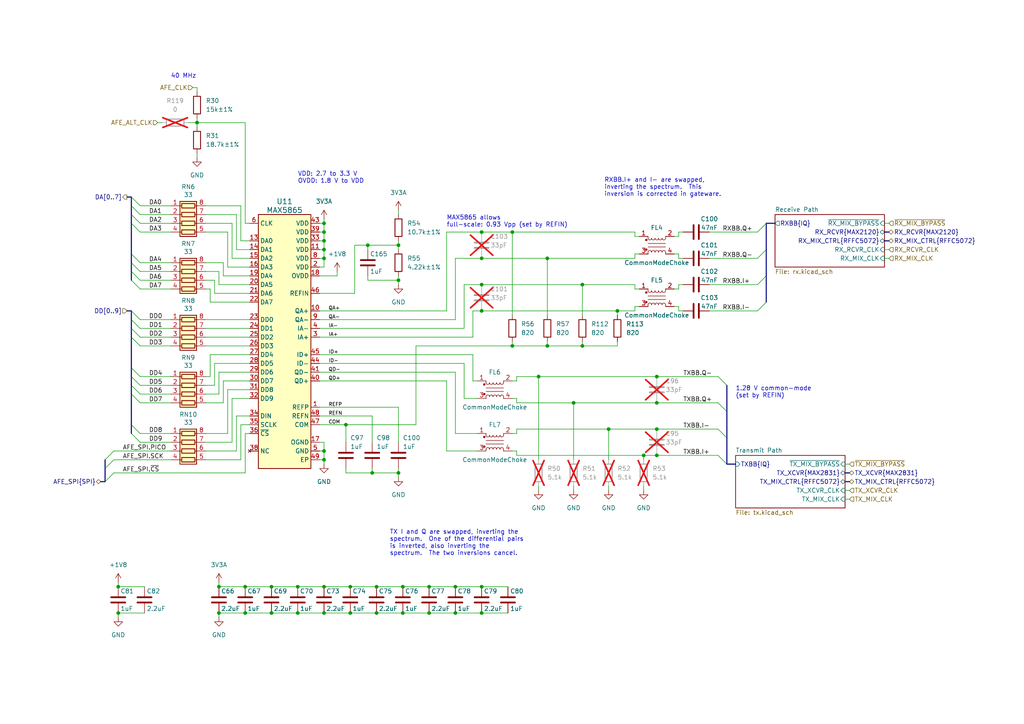
<source format=kicad_sch>
(kicad_sch (version 20230121) (generator eeschema)
  (paper "A4")
  (title_block (title "${TITLE}") (date "${DATE}") (rev "${VERSION}") (company "${COPYRIGHT}") (comment 1 "${LICENSE}"))
  (bus_alias "IQ" (members "I+" "I-" "Q+" "Q-"))
  (bus_alias "RFFC5072" (members "~{RESET}" "~{EN}" "SCLK" "SDATA" "FM" "LD" "ENBL" "MODE"))
  (junction (at 93.98 64.77))
  (junction (at 139.7 177.8))
  (junction (at 101.6 177.8))
  (junction (at 176.53 124.46))
  (junction (at 93.98 177.8))
  (junction (at 57.15 35.56))
  (junction (at 93.98 133.35))
  (junction (at 166.37 116.84))
  (junction (at 109.22 170.18))
  (junction (at 107.95 137.16))
  (junction (at 93.98 74.93))
  (junction (at 190.5 124.46))
  (junction (at 115.57 81.28))
  (junction (at 78.74 170.18))
  (junction (at 93.98 67.31))
  (junction (at 139.7 74.93))
  (junction (at 148.59 100.33))
  (junction (at 93.98 72.39))
  (junction (at 93.98 69.85))
  (junction (at 93.98 130.81))
  (junction (at 124.46 177.8))
  (junction (at 139.7 170.18))
  (junction (at 116.84 177.8))
  (junction (at 101.6 170.18))
  (junction (at 158.75 74.93))
  (junction (at 100.33 123.19))
  (junction (at 124.46 170.18))
  (junction (at 93.98 170.18))
  (junction (at 168.91 82.55))
  (junction (at 63.5 170.18))
  (junction (at 148.59 67.31))
  (junction (at 115.57 137.16))
  (junction (at 115.57 71.12))
  (junction (at 132.08 177.8))
  (junction (at 71.12 177.8))
  (junction (at 86.36 177.8))
  (junction (at 158.75 100.33))
  (junction (at 86.36 170.18))
  (junction (at 78.74 177.8))
  (junction (at 116.84 170.18))
  (junction (at 63.5 177.8))
  (junction (at 132.08 170.18))
  (junction (at 71.12 170.18))
  (junction (at 106.68 71.12))
  (junction (at 190.5 116.84))
  (junction (at 34.29 177.8))
  (junction (at 34.29 170.18))
  (junction (at 190.5 109.22))
  (junction (at 190.5 132.08))
  (junction (at 109.22 177.8))
  (junction (at 186.69 132.08))
  (junction (at 139.7 67.31))
  (junction (at 179.07 90.17))
  (junction (at 168.91 100.33))
  (junction (at 156.21 109.22))
  (junction (at 139.7 90.17))
  (junction (at 139.7 82.55))
  (bus_entry (at 38.1 106.68) (size 2.54 2.54))
  (bus_entry (at 208.28 132.08) (size 2.54 2.54))
  (bus_entry (at 38.1 95.25) (size 2.54 2.54))
  (bus_entry (at 38.1 57.15) (size 2.54 2.54))
  (bus_entry (at 219.71 82.55) (size 2.54 -2.54))
  (bus_entry (at 38.1 81.28) (size 2.54 2.54))
  (bus_entry (at 38.1 123.19) (size 2.54 2.54))
  (bus_entry (at 208.28 124.46) (size 2.54 2.54))
  (bus_entry (at 38.1 114.3) (size 2.54 2.54))
  (bus_entry (at 38.1 109.22) (size 2.54 2.54))
  (bus_entry (at 30.48 135.89) (size 2.54 -2.54))
  (bus_entry (at 219.71 90.17) (size 2.54 -2.54))
  (bus_entry (at 38.1 62.23) (size 2.54 2.54))
  (bus_entry (at 38.1 73.66) (size 2.54 2.54))
  (bus_entry (at 38.1 78.74) (size 2.54 2.54))
  (bus_entry (at 38.1 92.71) (size 2.54 2.54))
  (bus_entry (at 219.71 74.93) (size 2.54 -2.54))
  (bus_entry (at 219.71 67.31) (size 2.54 -2.54))
  (bus_entry (at 38.1 59.69) (size 2.54 2.54))
  (bus_entry (at 30.48 139.7) (size 2.54 -2.54))
  (bus_entry (at 208.28 116.84) (size 2.54 2.54))
  (bus_entry (at 38.1 125.73) (size 2.54 2.54))
  (bus_entry (at 38.1 90.17) (size 2.54 2.54))
  (bus_entry (at 30.48 133.35) (size 2.54 -2.54))
  (bus_entry (at 38.1 76.2) (size 2.54 2.54))
  (bus_entry (at 208.28 109.22) (size 2.54 2.54))
  (bus_entry (at 38.1 97.79) (size 2.54 2.54))
  (bus_entry (at 38.1 111.76) (size 2.54 2.54))
  (bus_entry (at 38.1 64.77) (size 2.54 2.54))
  (wire (pts (xy 134.62 115.57) (xy 138.43 115.57)))
  (wire (pts (xy 190.5 132.08) (xy 208.28 132.08)))
  (wire (pts (xy 71.12 125.73) (xy 71.12 137.16)))
  (wire (pts (xy 93.98 77.47) (xy 92.71 77.47)))
  (wire (pts (xy 115.57 118.11) (xy 115.57 128.27)))
  (wire (pts (xy 137.16 110.49) (xy 138.43 110.49)))
  (wire (pts (xy 67.31 115.57) (xy 72.39 115.57)))
  (wire (pts (xy 63.5 170.18) (xy 71.12 170.18)))
  (wire (pts (xy 93.98 130.81) (xy 93.98 133.35)))
  (wire (pts (xy 101.6 177.8) (xy 109.22 177.8)))
  (wire (pts (xy 148.59 130.81) (xy 149.86 130.81)))
  (wire (pts (xy 115.57 71.12) (xy 115.57 72.39)))
  (wire (pts (xy 115.57 81.28) (xy 115.57 82.55)))
  (wire (pts (xy 59.69 64.77) (xy 67.31 64.77)))
  (bus (pts (xy 36.83 90.17) (xy 38.1 90.17)))
  (wire (pts (xy 66.04 67.31) (xy 59.69 67.31)))
  (bus (pts (xy 210.82 119.38) (xy 210.82 127)))
  (wire (pts (xy 106.68 71.12) (xy 115.57 71.12)))
  (wire (pts (xy 132.08 170.18) (xy 139.7 170.18)))
  (wire (pts (xy 149.86 124.46) (xy 149.86 125.73)))
  (wire (pts (xy 92.71 97.79) (xy 137.16 97.79)))
  (wire (pts (xy 93.98 69.85) (xy 93.98 72.39)))
  (wire (pts (xy 198.12 82.55) (xy 196.85 82.55)))
  (wire (pts (xy 92.71 67.31) (xy 93.98 67.31)))
  (wire (pts (xy 93.98 67.31) (xy 93.98 69.85)))
  (wire (pts (xy 190.5 132.08) (xy 186.69 132.08)))
  (bus (pts (xy 38.1 111.76) (xy 38.1 114.3)))
  (wire (pts (xy 176.53 124.46) (xy 190.5 124.46)))
  (wire (pts (xy 115.57 137.16) (xy 115.57 135.89)))
  (wire (pts (xy 156.21 109.22) (xy 190.5 109.22)))
  (wire (pts (xy 57.15 35.56) (xy 57.15 36.83)))
  (wire (pts (xy 107.95 120.65) (xy 107.95 128.27)))
  (wire (pts (xy 129.54 110.49) (xy 129.54 130.81)))
  (wire (pts (xy 92.71 85.09) (xy 102.87 85.09)))
  (wire (pts (xy 40.64 114.3) (xy 49.53 114.3)))
  (bus (pts (xy 38.1 114.3) (xy 38.1 123.19)))
  (wire (pts (xy 59.69 81.28) (xy 62.23 81.28)))
  (bus (pts (xy 38.1 78.74) (xy 38.1 81.28)))
  (wire (pts (xy 86.36 177.8) (xy 93.98 177.8)))
  (wire (pts (xy 34.29 177.8) (xy 41.91 177.8)))
  (wire (pts (xy 156.21 109.22) (xy 156.21 133.35)))
  (wire (pts (xy 196.85 83.82) (xy 195.58 83.82)))
  (bus (pts (xy 38.1 73.66) (xy 38.1 76.2)))
  (wire (pts (xy 92.71 69.85) (xy 93.98 69.85)))
  (wire (pts (xy 67.31 74.93) (xy 72.39 74.93)))
  (wire (pts (xy 100.33 137.16) (xy 107.95 137.16)))
  (bus (pts (xy 38.1 59.69) (xy 38.1 62.23)))
  (wire (pts (xy 72.39 82.55) (xy 63.5 82.55)))
  (wire (pts (xy 92.71 74.93) (xy 93.98 74.93)))
  (wire (pts (xy 72.39 87.63) (xy 60.96 87.63)))
  (wire (pts (xy 196.85 88.9) (xy 195.58 88.9)))
  (wire (pts (xy 71.12 35.56) (xy 71.12 64.77)))
  (wire (pts (xy 196.85 90.17) (xy 196.85 88.9)))
  (wire (pts (xy 59.69 128.27) (xy 67.31 128.27)))
  (wire (pts (xy 69.85 69.85) (xy 72.39 69.85)))
  (bus (pts (xy 222.25 72.39) (xy 222.25 64.77)))
  (bus (pts (xy 210.82 134.62) (xy 213.36 134.62)))
  (wire (pts (xy 63.5 177.8) (xy 71.12 177.8)))
  (wire (pts (xy 34.29 168.91) (xy 34.29 170.18)))
  (wire (pts (xy 92.71 130.81) (xy 93.98 130.81)))
  (wire (pts (xy 55.88 25.4) (xy 57.15 25.4)))
  (wire (pts (xy 139.7 67.31) (xy 148.59 67.31)))
  (wire (pts (xy 93.98 170.18) (xy 101.6 170.18)))
  (wire (pts (xy 149.86 132.08) (xy 186.69 132.08)))
  (wire (pts (xy 198.12 74.93) (xy 196.85 74.93)))
  (wire (pts (xy 71.12 64.77) (xy 72.39 64.77)))
  (wire (pts (xy 71.12 177.8) (xy 78.74 177.8)))
  (wire (pts (xy 101.6 170.18) (xy 109.22 170.18)))
  (wire (pts (xy 139.7 177.8) (xy 147.32 177.8)))
  (wire (pts (xy 92.71 123.19) (xy 100.33 123.19)))
  (wire (pts (xy 100.33 135.89) (xy 100.33 137.16)))
  (bus (pts (xy 245.11 139.7) (xy 246.38 139.7)))
  (wire (pts (xy 92.71 90.17) (xy 129.54 90.17)))
  (wire (pts (xy 107.95 135.89) (xy 107.95 137.16)))
  (wire (pts (xy 59.69 76.2) (xy 64.77 76.2)))
  (wire (pts (xy 134.62 105.41) (xy 134.62 115.57)))
  (wire (pts (xy 184.15 90.17) (xy 179.07 90.17)))
  (wire (pts (xy 166.37 140.97) (xy 166.37 142.24)))
  (wire (pts (xy 166.37 116.84) (xy 166.37 133.35)))
  (wire (pts (xy 124.46 170.18) (xy 132.08 170.18)))
  (wire (pts (xy 92.71 133.35) (xy 93.98 133.35)))
  (wire (pts (xy 149.86 109.22) (xy 149.86 110.49)))
  (wire (pts (xy 93.98 128.27) (xy 93.98 130.81)))
  (wire (pts (xy 129.54 130.81) (xy 138.43 130.81)))
  (wire (pts (xy 60.96 83.82) (xy 59.69 83.82)))
  (wire (pts (xy 93.98 63.5) (xy 93.98 64.77)))
  (wire (pts (xy 132.08 92.71) (xy 132.08 74.93)))
  (wire (pts (xy 59.69 114.3) (xy 63.5 114.3)))
  (bus (pts (xy 38.1 97.79) (xy 38.1 106.68)))
  (wire (pts (xy 62.23 105.41) (xy 72.39 105.41)))
  (wire (pts (xy 185.42 68.58) (xy 184.15 68.58)))
  (wire (pts (xy 54.61 35.56) (xy 57.15 35.56)))
  (wire (pts (xy 60.96 109.22) (xy 60.96 102.87)))
  (bus (pts (xy 38.1 106.68) (xy 38.1 109.22)))
  (wire (pts (xy 64.77 76.2) (xy 64.77 80.01)))
  (wire (pts (xy 33.02 137.16) (xy 71.12 137.16)))
  (wire (pts (xy 59.69 95.25) (xy 72.39 95.25)))
  (wire (pts (xy 139.7 74.93) (xy 158.75 74.93)))
  (wire (pts (xy 93.98 74.93) (xy 93.98 77.47)))
  (wire (pts (xy 40.64 76.2) (xy 49.53 76.2)))
  (bus (pts (xy 30.48 135.89) (xy 30.48 139.7)))
  (wire (pts (xy 68.58 72.39) (xy 68.58 62.23)))
  (bus (pts (xy 222.25 87.63) (xy 222.25 80.01)))
  (wire (pts (xy 40.64 125.73) (xy 49.53 125.73)))
  (bus (pts (xy 38.1 62.23) (xy 38.1 64.77)))
  (wire (pts (xy 106.68 81.28) (xy 115.57 81.28)))
  (wire (pts (xy 40.64 111.76) (xy 49.53 111.76)))
  (wire (pts (xy 148.59 100.33) (xy 158.75 100.33)))
  (bus (pts (xy 29.21 139.7) (xy 30.48 139.7)))
  (wire (pts (xy 86.36 170.18) (xy 93.98 170.18)))
  (wire (pts (xy 63.5 107.95) (xy 72.39 107.95)))
  (wire (pts (xy 184.15 82.55) (xy 168.91 82.55)))
  (wire (pts (xy 219.71 82.55) (xy 205.74 82.55)))
  (wire (pts (xy 63.5 82.55) (xy 63.5 78.74)))
  (wire (pts (xy 64.77 110.49) (xy 72.39 110.49)))
  (wire (pts (xy 102.87 71.12) (xy 106.68 71.12)))
  (wire (pts (xy 68.58 62.23) (xy 59.69 62.23)))
  (wire (pts (xy 158.75 100.33) (xy 168.91 100.33)))
  (wire (pts (xy 40.64 62.23) (xy 49.53 62.23)))
  (bus (pts (xy 38.1 95.25) (xy 38.1 97.79)))
  (wire (pts (xy 67.31 64.77) (xy 67.31 74.93)))
  (wire (pts (xy 120.65 100.33) (xy 148.59 100.33)))
  (wire (pts (xy 184.15 73.66) (xy 184.15 74.93)))
  (wire (pts (xy 109.22 170.18) (xy 116.84 170.18)))
  (wire (pts (xy 92.71 107.95) (xy 132.08 107.95)))
  (wire (pts (xy 59.69 59.69) (xy 69.85 59.69)))
  (wire (pts (xy 59.69 116.84) (xy 64.77 116.84)))
  (wire (pts (xy 68.58 130.81) (xy 68.58 120.65)))
  (wire (pts (xy 156.21 140.97) (xy 156.21 142.24)))
  (wire (pts (xy 106.68 71.12) (xy 106.68 72.39)))
  (wire (pts (xy 116.84 170.18) (xy 124.46 170.18)))
  (bus (pts (xy 36.83 57.15) (xy 38.1 57.15)))
  (bus (pts (xy 38.1 92.71) (xy 38.1 95.25)))
  (wire (pts (xy 40.64 95.25) (xy 49.53 95.25)))
  (wire (pts (xy 184.15 68.58) (xy 184.15 67.31)))
  (wire (pts (xy 190.5 124.46) (xy 208.28 124.46)))
  (wire (pts (xy 149.86 115.57) (xy 148.59 115.57)))
  (wire (pts (xy 149.86 116.84) (xy 149.86 115.57)))
  (wire (pts (xy 184.15 74.93) (xy 158.75 74.93)))
  (wire (pts (xy 115.57 138.43) (xy 115.57 137.16)))
  (wire (pts (xy 97.79 78.74) (xy 97.79 80.01)))
  (wire (pts (xy 57.15 34.29) (xy 57.15 35.56)))
  (wire (pts (xy 137.16 90.17) (xy 139.7 90.17)))
  (bus (pts (xy 210.82 111.76) (xy 210.82 119.38)))
  (wire (pts (xy 205.74 67.31) (xy 219.71 67.31)))
  (wire (pts (xy 60.96 102.87) (xy 72.39 102.87)))
  (wire (pts (xy 132.08 107.95) (xy 132.08 125.73)))
  (bus (pts (xy 38.1 76.2) (xy 38.1 78.74)))
  (bus (pts (xy 210.82 127) (xy 210.82 134.62)))
  (wire (pts (xy 92.71 80.01) (xy 97.79 80.01)))
  (wire (pts (xy 179.07 99.06) (xy 179.07 100.33)))
  (wire (pts (xy 34.29 179.07) (xy 34.29 177.8)))
  (bus (pts (xy 222.25 80.01) (xy 222.25 72.39)))
  (wire (pts (xy 92.71 105.41) (xy 134.62 105.41)))
  (bus (pts (xy 38.1 90.17) (xy 38.1 92.71)))
  (wire (pts (xy 66.04 77.47) (xy 66.04 67.31)))
  (bus (pts (xy 38.1 123.19) (xy 38.1 125.73)))
  (wire (pts (xy 40.64 67.31) (xy 49.53 67.31)))
  (wire (pts (xy 149.86 116.84) (xy 166.37 116.84)))
  (wire (pts (xy 148.59 125.73) (xy 149.86 125.73)))
  (wire (pts (xy 59.69 111.76) (xy 62.23 111.76)))
  (wire (pts (xy 185.42 83.82) (xy 184.15 83.82)))
  (wire (pts (xy 72.39 125.73) (xy 71.12 125.73)))
  (wire (pts (xy 190.5 109.22) (xy 208.28 109.22)))
  (wire (pts (xy 245.11 142.24) (xy 246.38 142.24)))
  (wire (pts (xy 59.69 125.73) (xy 66.04 125.73)))
  (wire (pts (xy 64.77 116.84) (xy 64.77 110.49)))
  (wire (pts (xy 63.5 114.3) (xy 63.5 107.95)))
  (wire (pts (xy 149.86 124.46) (xy 176.53 124.46)))
  (wire (pts (xy 256.54 72.39) (xy 257.81 72.39)))
  (wire (pts (xy 129.54 90.17) (xy 129.54 67.31)))
  (wire (pts (xy 93.98 177.8) (xy 101.6 177.8)))
  (wire (pts (xy 92.71 120.65) (xy 107.95 120.65)))
  (wire (pts (xy 196.85 82.55) (xy 196.85 83.82)))
  (bus (pts (xy 256.54 67.31) (xy 257.81 67.31)))
  (wire (pts (xy 40.64 78.74) (xy 49.53 78.74)))
  (wire (pts (xy 59.69 130.81) (xy 68.58 130.81)))
  (wire (pts (xy 92.71 118.11) (xy 115.57 118.11)))
  (wire (pts (xy 92.71 95.25) (xy 134.62 95.25)))
  (wire (pts (xy 63.5 177.8) (xy 63.5 179.07)))
  (wire (pts (xy 137.16 97.79) (xy 137.16 90.17)))
  (wire (pts (xy 45.72 35.56) (xy 46.99 35.56)))
  (wire (pts (xy 60.96 87.63) (xy 60.96 83.82)))
  (wire (pts (xy 149.86 109.22) (xy 156.21 109.22)))
  (wire (pts (xy 196.85 67.31) (xy 196.85 68.58)))
  (wire (pts (xy 67.31 128.27) (xy 67.31 115.57)))
  (wire (pts (xy 59.69 100.33) (xy 72.39 100.33)))
  (wire (pts (xy 33.02 130.81) (xy 49.53 130.81)))
  (wire (pts (xy 176.53 124.46) (xy 176.53 133.35)))
  (wire (pts (xy 137.16 102.87) (xy 137.16 110.49)))
  (wire (pts (xy 195.58 68.58) (xy 196.85 68.58)))
  (wire (pts (xy 134.62 82.55) (xy 134.62 95.25)))
  (wire (pts (xy 69.85 123.19) (xy 72.39 123.19)))
  (wire (pts (xy 92.71 92.71) (xy 132.08 92.71)))
  (wire (pts (xy 219.71 90.17) (xy 205.74 90.17)))
  (wire (pts (xy 148.59 91.44) (xy 148.59 67.31)))
  (wire (pts (xy 72.39 72.39) (xy 68.58 72.39)))
  (bus (pts (xy 38.1 64.77) (xy 38.1 73.66)))
  (wire (pts (xy 148.59 67.31) (xy 184.15 67.31)))
  (wire (pts (xy 62.23 111.76) (xy 62.23 105.41)))
  (wire (pts (xy 115.57 69.85) (xy 115.57 71.12)))
  (wire (pts (xy 256.54 74.93) (xy 257.81 74.93)))
  (wire (pts (xy 92.71 110.49) (xy 129.54 110.49)))
  (wire (pts (xy 34.29 170.18) (xy 41.91 170.18)))
  (wire (pts (xy 185.42 88.9) (xy 184.15 88.9)))
  (wire (pts (xy 107.95 137.16) (xy 115.57 137.16)))
  (wire (pts (xy 93.98 72.39) (xy 93.98 74.93)))
  (wire (pts (xy 40.64 128.27) (xy 49.53 128.27)))
  (wire (pts (xy 59.69 92.71) (xy 72.39 92.71)))
  (wire (pts (xy 186.69 132.08) (xy 186.69 133.35)))
  (wire (pts (xy 196.85 74.93) (xy 196.85 73.66)))
  (wire (pts (xy 184.15 88.9) (xy 184.15 90.17)))
  (wire (pts (xy 185.42 73.66) (xy 184.15 73.66)))
  (wire (pts (xy 57.15 25.4) (xy 57.15 26.67)))
  (bus (pts (xy 30.48 133.35) (xy 30.48 135.89)))
  (wire (pts (xy 139.7 90.17) (xy 179.07 90.17)))
  (wire (pts (xy 40.64 92.71) (xy 49.53 92.71)))
  (wire (pts (xy 40.64 109.22) (xy 49.53 109.22)))
  (wire (pts (xy 115.57 60.96) (xy 115.57 62.23)))
  (wire (pts (xy 100.33 123.19) (xy 100.33 128.27)))
  (wire (pts (xy 93.98 133.35) (xy 93.98 134.62)))
  (wire (pts (xy 57.15 44.45) (xy 57.15 45.72)))
  (wire (pts (xy 33.02 133.35) (xy 49.53 133.35)))
  (wire (pts (xy 59.69 133.35) (xy 69.85 133.35)))
  (wire (pts (xy 149.86 132.08) (xy 149.86 130.81)))
  (wire (pts (xy 68.58 120.65) (xy 72.39 120.65)))
  (wire (pts (xy 219.71 74.93) (xy 205.74 74.93)))
  (wire (pts (xy 78.74 170.18) (xy 86.36 170.18)))
  (wire (pts (xy 92.71 64.77) (xy 93.98 64.77)))
  (wire (pts (xy 69.85 133.35) (xy 69.85 123.19)))
  (wire (pts (xy 158.75 74.93) (xy 158.75 91.44)))
  (wire (pts (xy 132.08 177.8) (xy 139.7 177.8)))
  (wire (pts (xy 63.5 78.74) (xy 59.69 78.74)))
  (wire (pts (xy 59.69 97.79) (xy 72.39 97.79)))
  (wire (pts (xy 109.22 177.8) (xy 116.84 177.8)))
  (wire (pts (xy 148.59 99.06) (xy 148.59 100.33)))
  (wire (pts (xy 72.39 77.47) (xy 66.04 77.47)))
  (wire (pts (xy 63.5 168.91) (xy 63.5 170.18)))
  (wire (pts (xy 139.7 82.55) (xy 168.91 82.55)))
  (wire (pts (xy 100.33 123.19) (xy 120.65 123.19)))
  (wire (pts (xy 179.07 90.17) (xy 179.07 91.44)))
  (wire (pts (xy 168.91 99.06) (xy 168.91 100.33)))
  (wire (pts (xy 40.64 81.28) (xy 49.53 81.28)))
  (wire (pts (xy 132.08 74.93) (xy 139.7 74.93)))
  (wire (pts (xy 93.98 64.77) (xy 93.98 67.31)))
  (wire (pts (xy 102.87 85.09) (xy 102.87 71.12)))
  (wire (pts (xy 245.11 134.62) (xy 246.38 134.62)))
  (wire (pts (xy 40.64 97.79) (xy 49.53 97.79)))
  (wire (pts (xy 149.86 110.49) (xy 148.59 110.49)))
  (wire (pts (xy 132.08 125.73) (xy 138.43 125.73)))
  (wire (pts (xy 78.74 177.8) (xy 86.36 177.8)))
  (wire (pts (xy 186.69 140.97) (xy 186.69 142.24)))
  (wire (pts (xy 115.57 80.01) (xy 115.57 81.28)))
  (wire (pts (xy 198.12 67.31) (xy 196.85 67.31)))
  (bus (pts (xy 38.1 57.15) (xy 38.1 59.69)))
  (wire (pts (xy 92.71 128.27) (xy 93.98 128.27)))
  (wire (pts (xy 69.85 59.69) (xy 69.85 69.85)))
  (wire (pts (xy 176.53 140.97) (xy 176.53 142.24)))
  (wire (pts (xy 190.5 116.84) (xy 208.28 116.84)))
  (wire (pts (xy 106.68 80.01) (xy 106.68 81.28)))
  (wire (pts (xy 129.54 67.31) (xy 139.7 67.31)))
  (wire (pts (xy 40.64 64.77) (xy 49.53 64.77)))
  (wire (pts (xy 184.15 83.82) (xy 184.15 82.55)))
  (wire (pts (xy 40.64 116.84) (xy 49.53 116.84)))
  (wire (pts (xy 195.58 73.66) (xy 196.85 73.66)))
  (wire (pts (xy 62.23 85.09) (xy 72.39 85.09)))
  (wire (pts (xy 66.04 113.03) (xy 72.39 113.03)))
  (wire (pts (xy 168.91 82.55) (xy 168.91 91.44)))
  (wire (pts (xy 92.71 72.39) (xy 93.98 72.39)))
  (wire (pts (xy 64.77 80.01) (xy 72.39 80.01)))
  (wire (pts (xy 116.84 177.8) (xy 124.46 177.8)))
  (wire (pts (xy 198.12 90.17) (xy 196.85 90.17)))
  (wire (pts (xy 66.04 125.73) (xy 66.04 113.03)))
  (wire (pts (xy 124.46 177.8) (xy 132.08 177.8)))
  (wire (pts (xy 40.64 83.82) (xy 49.53 83.82)))
  (wire (pts (xy 256.54 64.77) (xy 257.81 64.77)))
  (wire (pts (xy 71.12 170.18) (xy 78.74 170.18)))
  (wire (pts (xy 40.64 59.69) (xy 49.53 59.69)))
  (wire (pts (xy 245.11 144.78) (xy 246.38 144.78)))
  (wire (pts (xy 168.91 100.33) (xy 179.07 100.33)))
  (bus (pts (xy 222.25 64.77) (xy 224.79 64.77)))
  (wire (pts (xy 92.71 102.87) (xy 137.16 102.87)))
  (wire (pts (xy 139.7 82.55) (xy 134.62 82.55)))
  (wire (pts (xy 62.23 81.28) (xy 62.23 85.09)))
  (bus (pts (xy 245.11 137.16) (xy 246.38 137.16)))
  (wire (pts (xy 166.37 116.84) (xy 190.5 116.84)))
  (wire (pts (xy 59.69 109.22) (xy 60.96 109.22)))
  (wire (pts (xy 120.65 123.19) (xy 120.65 100.33)))
  (wire (pts (xy 158.75 99.06) (xy 158.75 100.33)))
  (bus (pts (xy 256.54 69.85) (xy 257.81 69.85)))
  (wire (pts (xy 57.15 35.56) (xy 71.12 35.56)))
  (wire (pts (xy 139.7 170.18) (xy 147.32 170.18)))
  (bus (pts (xy 38.1 109.22) (xy 38.1 111.76)))
  (wire (pts (xy 40.64 100.33) (xy 49.53 100.33)))
  (text "MAX5865 allows\nfull-scale: 0.93 Vpp (set by REFIN)" (at 129.54 66.04 0) (effects (font (size 1.27 1.27)) (justify left bottom)))
  (text "VDD: 2.7 to 3.3 V\nOVDD: 1.8 V to VDD" (at 86.36 53.34 0) (effects (font (size 1.27 1.27)) (justify left bottom)))
  (text "RXBB.I+ and I- are swapped,\ninverting the spectrum.  This\ninversion is corrected in gateware." (at 175.26 57.15 0) (effects (font (size 1.27 1.27)) (justify left bottom)))
  (text "1.28 V common-mode\n(set by REFIN)" (at 213.36 115.57 0) (effects (font (size 1.27 1.27)) (justify left bottom)))
  (text "TX I and Q are swapped, inverting the\nspectrum.  One of the differential pairs\nis inverted, also inverting the\nspectrum.  The two inversions cancel." (at 113.03 161.29 0) (effects (font (size 1.27 1.27)) (justify left bottom)))
  (text "40 MHz" (at 49.53 22.86 0) (effects (font (size 1.27 1.27)) (justify left bottom)))
  (label "AFE_SPI.SCK" (at 35.56 133.35 0))
  (label "QD+" (at 95.25 110.49 0) (effects (font (size 1.016 1.016))))
  (label "TXBB.I+" (at 198.12 132.08 0))
  (label "TXBB.I-" (at 198.12 124.46 0))
  (label "ID+" (at 95.25 102.87 0) (effects (font (size 1.016 1.016))))
  (label "REFP" (at 95.25 118.11 0) (effects (font (size 1.016 1.016))))
  (label "DD1" (at 43.18 95.25 0))
  (label "IA-" (at 95.25 95.25 0) (effects (font (size 1.016 1.016))))
  (label "RXBB.I+" (at 209.55 82.55 0))
  (label "RXBB.I-" (at 209.55 90.17 0))
  (label "REFN" (at 95.25 120.65 0) (effects (font (size 1.016 1.016))))
  (label "QD-" (at 95.25 107.95 0) (effects (font (size 1.016 1.016))))
  (label "DD4" (at 43.18 109.22 0))
  (label "DD2" (at 43.18 97.79 0))
  (label "DD8" (at 43.18 125.73 0))
  (label "AFE_SPI.PICO" (at 35.56 130.81 0))
  (label "COM" (at 95.25 123.19 0) (effects (font (size 1.016 1.016))))
  (label "DA6" (at 43.18 81.28 0))
  (label "RXBB.Q-" (at 209.55 74.93 0))
  (label "AFE_SPI.~{CS}" (at 35.56 137.16 0))
  (label "DD3" (at 43.18 100.33 0))
  (label "ID-" (at 95.25 105.41 0) (effects (font (size 1.016 1.016))))
  (label "DA5" (at 43.18 78.74 0))
  (label "DA4" (at 43.18 76.2 0))
  (label "DD6" (at 43.18 114.3 0))
  (label "DA3" (at 43.18 67.31 0))
  (label "DA2" (at 43.18 64.77 0))
  (label "TXBB.Q-" (at 198.12 109.22 0))
  (label "RXBB.Q+" (at 209.55 67.31 0))
  (label "QA+" (at 95.25 90.17 0) (effects (font (size 1.016 1.016))))
  (label "IA+" (at 95.25 97.79 0) (effects (font (size 1.016 1.016))))
  (label "TXBB.Q+" (at 198.12 116.84 0))
  (label "DD7" (at 43.18 116.84 0))
  (label "DA0" (at 43.18 59.69 0))
  (label "DA7" (at 43.18 83.82 0))
  (label "DD0" (at 43.18 92.71 0))
  (label "DD9" (at 43.18 128.27 0))
  (label "DA1" (at 43.18 62.23 0))
  (label "QA-" (at 95.25 92.71 0) (effects (font (size 1.016 1.016))))
  (label "DD5" (at 43.18 111.76 0))
  (hierarchical_label "RX_MIX_CLK" (shape input) (at 257.81 74.93 0))
  (hierarchical_label "TX_MIX_CTRL{RFFC5072}" (shape bidirectional) (at 246.38 139.7 0))
  (hierarchical_label "~{TX_MIX_BYPASS}" (shape input) (at 246.38 134.62 0))
  (hierarchical_label "DA[0..7]" (shape output) (at 36.83 57.15 180))
  (hierarchical_label "TX_XCVR{MAX2831}" (shape bidirectional) (at 246.38 137.16 0))
  (hierarchical_label "AFE_ALT_CLK" (shape input) (at 45.72 35.56 180))
  (hierarchical_label "RX_RCVR{MAX2120}" (shape bidirectional) (at 257.81 67.31 0))
  (hierarchical_label "DD[0..9]" (shape input) (at 36.83 90.17 180))
  (hierarchical_label "TX_XCVR_CLK" (shape input) (at 246.38 142.24 0))
  (hierarchical_label "RX_RCVR_CLK" (shape input) (at 257.81 72.39 0))
  (hierarchical_label "AFE_SPI{SPI}" (shape bidirectional) (at 29.21 139.7 180))
  (hierarchical_label "~{RX_MIX_BYPASS}" (shape input) (at 257.81 64.77 0))
  (hierarchical_label "AFE_CLK" (shape input) (at 55.88 25.4 180))
  (hierarchical_label "RX_MIX_CTRL{RFFC5072}" (shape bidirectional) (at 257.81 69.85 0))
  (hierarchical_label "TX_MIX_CLK" (shape input) (at 246.38 144.78 0))
  (symbol (lib_id "Device:C") (at 100.33 132.08 0) (unit 1)
    (property "Reference" "C97" (at 101.6 127 0) (effects (justify left)))
    (property "Value" "1uF" (at 101.6 129.54 0) (effects (justify left)))
    (property "Footprint" "Capacitor_SMD:C_0201_0603Metric" (effects hide))
    (property "Manufacturer" "Murata" (effects hide))
    (property "Part Number" "GRM033R61A105ME44D" (effects hide))
    (property "Description" "CAP CER 1UF 10V X5R 0201" (effects hide))
    (property "Substitution" "GRM033R61A105ME44*, GRM033R61C105ME15*, Samsung CL03A105MO3NRN*" (effects hide))
    (instances (project "hackrf-one" (path "" (reference "C97") (unit 1))) (project "mainboard" (path "" (reference "C71") (unit 1))))
  )
  (symbol (lib_id "Device:R") (at 115.57 66.04 0) (mirror y) (unit 1)
    (property "Reference" "R54" (at 118.11 64.77 0) (effects (justify right)))
    (property "Value" "10.7k±1%" (at 118.11 67.31 0) (effects (justify right)))
    (property "Footprint" "Resistor_SMD:R_0402_1005Metric" (effects hide))
    (property "Part Number" "RC0402FR-0710K7L" (effects hide))
    (property "Substitution" "any equivalent" (effects hide))
    (property "Description" "RES 10.7K OHM 1% 1/16W 0402" (effects hide))
    (property "Manufacturer" "Yageo" (effects hide))
  )
  (symbol (lib_id "Device:C") (at 116.84 173.99 0) (unit 1)
    (property "Reference" "C76" (at 117.475 171.45 0) (effects (justify left)))
    (property "Value" "1uF" (at 117.475 176.53 0) (effects (justify left)))
    (property "Footprint" "Capacitor_SMD:C_0201_0603Metric" (effects hide))
    (property "Part Number" "GRM033R61A105ME44D" (effects hide))
    (property "Substitution" "GRM033R61A105ME44*, GRM033R61C105ME15*, Samsung CL03A105MO3NRN*" (effects hide))
    (property "Description" "CAP CER 1UF 10V X5R 0201" (effects hide))
    (property "Manufacturer" "Murata" (effects hide))
  )
  (symbol (lib_id "Device:R") (at 179.07 95.25 0) (mirror y) (unit 1)
    (property "Reference" "R113" (at 181.61 93.98 0) (effects (justify right)))
    (property "Value" "820" (at 181.61 96.52 0) (effects (justify right)))
    (property "Footprint" "Resistor_SMD:R_0201_0603Metric" (effects hide))
    (property "Description" "RES 820 OHM 5% 1/20W 0201" (effects hide))
    (property "Manufacturer" "Yageo" (effects hide))
    (property "Part Number" "RC0201JR-07820RL" (effects hide))
    (property "Substitution" "any equivalent" (effects hide))
  )
  (symbol (lib_name "GND_1") (lib_id "power:GND") (at 93.98 134.62 0) (unit 1)
    (property "Reference" "#PWR0184" (effects hide))
    (property "Value" "GND" (at 93.98 139.7 0))
  )
  (symbol (lib_id "Device:C") (at 106.68 76.2 0) (unit 1)
    (property "Reference" "C165" (at 107.315 73.66 0) (effects (justify left)))
    (property "Value" "1uF" (at 107.315 78.74 0) (effects (justify left)))
    (property "Footprint" "Capacitor_SMD:C_0201_0603Metric" (effects hide))
    (property "Part Number" "GRM033R61A105ME44D" (effects hide))
    (property "Substitution" "GRM033R61A105ME44*, GRM033R61C105ME15*, Samsung CL03A105MO3NRN*" (effects hide))
    (property "Description" "CAP CER 1UF 10V X5R 0201" (effects hide))
    (property "Manufacturer" "Murata" (effects hide))
  )
  (symbol (lib_id "Device:R") (at 57.15 40.64 0) (unit 1)
    (property "Reference" "R31" (at 59.69 39.37 0) (effects (justify left)))
    (property "Value" "18.7k±1%" (at 59.69 41.91 0) (effects (justify left)))
    (property "Footprint" "Resistor_SMD:R_0402_1005Metric" (effects hide))
    (property "Description" "RES SMD 18.7K OHM 1% 1/10W 0402" (effects hide))
    (property "Manufacturer" "Panasonic" (effects hide))
    (property "Part Number" "ERJ-2RKF1872X" (effects hide))
    (property "Substitution" "any equivalent" (effects hide))
  )
  (symbol (lib_id "Device:C") (at 190.5 113.03 0) (unit 1) (dnp yes)
    (property "Reference" "C96" (at 193.04 110.49 0) (effects (justify left)))
    (property "Value" "33pF" (at 193.04 113.03 0) (effects (justify left)))
    (property "Footprint" "Capacitor_SMD:C_0201_0603Metric" (effects hide))
    (property "Manufacturer" "Samsung" (effects hide))
    (property "Part Number" "CL03C330JA3NNNC" (effects hide))
    (property "Description" "CAP CER 33PF 25V C0G/NP0 0201" (effects hide))
    (instances (project "hackrf-one" (path "" (reference "C96") (unit 1))) (project "mainboard" (path "" (reference "C61") (unit 1))))
  )
  (symbol (lib_id "Device:R") (at 168.91 95.25 0) (mirror y) (unit 1)
    (property "Reference" "R112" (at 171.45 93.98 0) (effects (justify right)))
    (property "Value" "820" (at 171.45 96.52 0) (effects (justify right)))
    (property "Footprint" "Resistor_SMD:R_0201_0603Metric" (effects hide))
    (property "Description" "RES 820 OHM 5% 1/20W 0201" (effects hide))
    (property "Manufacturer" "Yageo" (effects hide))
    (property "Part Number" "RC0201JR-07820RL" (effects hide))
    (property "Substitution" "any equivalent" (effects hide))
  )
  (symbol (lib_id "Device:C") (at 71.12 173.99 0) (unit 1)
    (property "Reference" "C67" (at 71.755 171.45 0) (effects (justify left)))
    (property "Value" "1uF" (at 71.755 176.53 0) (effects (justify left)))
    (property "Footprint" "Capacitor_SMD:C_0201_0603Metric" (effects hide))
    (property "Part Number" "GRM033R61A105ME44D" (effects hide))
    (property "Substitution" "GRM033R61A105ME44*, GRM033R61C105ME15*, Samsung CL03A105MO3NRN*" (effects hide))
    (property "Description" "CAP CER 1UF 10V X5R 0201" (effects hide))
    (property "Manufacturer" "Murata" (effects hide))
  )
  (symbol (lib_id "Device:C") (at 201.93 67.31 90) (unit 1)
    (property "Reference" "C100" (at 205.74 63.5 90))
    (property "Value" "47nF" (at 205.74 66.04 90))
    (property "Footprint" "Capacitor_SMD:C_0201_0603Metric" (effects hide))
    (property "Description" "CAP CER 0.047UF 6.3V X5R 0201" (effects hide))
    (property "Manufacturer" "Murata" (effects hide))
    (property "Part Number" "GRM033R60J473KE19D" (effects hide))
    (property "Substitution" "GRM033R60J473KE19*" (effects hide))
  )
  (symbol (lib_id "Device:C") (at 139.7 86.36 180) (unit 1) (dnp yes)
    (property "Reference" "C101" (at 142.24 83.82 0) (effects (justify right)))
    (property "Value" "33pF" (at 142.24 86.36 0) (effects (justify right)))
    (property "Footprint" "Capacitor_SMD:C_0201_0603Metric" (effects hide))
    (property "Manufacturer" "Samsung" (effects hide))
    (property "Part Number" "CL03C330JA3NNNC" (effects hide))
    (property "Description" "CAP CER 33PF 25V C0G/NP0 0201" (effects hide))
    (instances (project "hackrf-one" (path "" (reference "C101") (unit 1))) (project "mainboard" (path "" (reference "C64") (unit 1))))
  )
  (symbol (lib_id "Device:C") (at 41.91 173.99 0) (unit 1)
    (property "Reference" "C82" (at 42.545 171.45 0) (effects (justify left)))
    (property "Value" "2.2uF" (at 42.545 176.53 0) (effects (justify left)))
    (property "Footprint" "Capacitor_SMD:C_0402_1005Metric" (effects hide))
    (property "Description" "CAP CER 2.2UF 10V X5R 0402" (effects hide))
    (property "Manufacturer" "Murata" (effects hide))
    (property "Part Number" "GRM155R61A225KE95D" (effects hide))
    (property "Substitution" "GRM155R61A225*" (effects hide))
  )
  (symbol (lib_id "Device:R_Pack04") (at 54.61 64.77 270) (unit 1)
    (property "Reference" "RN6" (at 54.61 54.1782 90))
    (property "Value" "33" (at 54.61 56.4896 90))
    (property "Footprint" "Resistor_SMD:R_Array_Convex_4x0402" (effects hide))
    (property "Description" "RES ARRAY 4 RES 33 OHM 0804" (effects hide))
    (property "Manufacturer" "Yageo" (effects hide))
    (property "Part Number" "YC124-JR-0733RL" (effects hide))
    (property "Substitution" "any equivalent" (effects hide))
  )
  (symbol (lib_id "power:+1V8") (at 34.29 168.91 0) (unit 1)
    (property "Reference" "#PWR0178" (effects hide))
    (property "Value" "+1V8" (at 34.29 163.83 0))
  )
  (symbol (lib_name "GND_1") (lib_id "power:GND") (at 156.21 142.24 0) (unit 1)
    (property "Reference" "#PWR0305" (effects hide))
    (property "Value" "GND" (at 156.21 147.32 0))
  )
  (symbol (lib_id "Device:R") (at 158.75 95.25 0) (mirror y) (unit 1)
    (property "Reference" "R57" (at 161.29 93.98 0) (effects (justify right)))
    (property "Value" "820" (at 161.29 96.52 0) (effects (justify right)))
    (property "Footprint" "Resistor_SMD:R_0201_0603Metric" (effects hide))
    (property "Description" "RES 820 OHM 5% 1/20W 0201" (effects hide))
    (property "Manufacturer" "Yageo" (effects hide))
    (property "Part Number" "RC0201JR-07820RL" (effects hide))
    (property "Substitution" "any equivalent" (effects hide))
  )
  (symbol (lib_id "support_hardware:3V3A") (at 93.98 63.5 0) (unit 1)
    (property "Reference" "#PWR078" (effects hide))
    (property "Value" "3V3A" (at 93.98 58.42 0))
  )
  (symbol (lib_id "Device:C") (at 101.6 173.99 0) (unit 1)
    (property "Reference" "C74" (at 102.235 171.45 0) (effects (justify left)))
    (property "Value" "1uF" (at 102.235 176.53 0) (effects (justify left)))
    (property "Footprint" "Capacitor_SMD:C_0201_0603Metric" (effects hide))
    (property "Part Number" "GRM033R61A105ME44D" (effects hide))
    (property "Substitution" "GRM033R61A105ME44*, GRM033R61C105ME15*, Samsung CL03A105MO3NRN*" (effects hide))
    (property "Description" "CAP CER 1UF 10V X5R 0201" (effects hide))
    (property "Manufacturer" "Murata" (effects hide))
  )
  (symbol (lib_id "Device:C") (at 139.7 71.12 180) (unit 1) (dnp yes)
    (property "Reference" "C103" (at 142.24 68.58 0) (effects (justify right)))
    (property "Value" "33pF" (at 142.24 71.12 0) (effects (justify right)))
    (property "Footprint" "Capacitor_SMD:C_0201_0603Metric" (effects hide))
    (property "Manufacturer" "Samsung" (effects hide))
    (property "Part Number" "CL03C330JA3NNNC" (effects hide))
    (property "Description" "CAP CER 33PF 25V C0G/NP0 0201" (effects hide))
    (instances (project "hackrf-one" (path "" (reference "C103") (unit 1))) (project "mainboard" (path "" (reference "C65") (unit 1))))
  )
  (symbol (lib_id "Device:R") (at 166.37 137.16 0) (unit 1) (dnp yes)
    (property "Reference" "R51" (at 168.91 135.89 0) (effects (justify left)))
    (property "Value" "5.1k" (at 168.91 138.43 0) (effects (justify left)))
    (property "Footprint" "Resistor_SMD:R_0402_1005Metric" (effects hide))
    (property "Part Number" "RC0402JR-075K1L" (effects hide))
    (property "Substitution" "any equivalent" (effects hide))
    (property "Description" "RES 5.1K OHM 5% 1/16W 0402" (effects hide))
    (property "Manufacturer" "Yageo" (effects hide))
  )
  (symbol (lib_id "power:+1V8") (at 97.79 78.74 0) (unit 1)
    (property "Reference" "#PWR0177" (effects hide))
    (property "Value" "+1V8" (at 97.79 73.66 0))
  )
  (symbol (lib_id "Device:Filter_EMI_CommonMode") (at 143.51 113.03 0) (unit 1)
    (property "Reference" "FL6" (at 143.51 107.95 0))
    (property "Value" "CommonModeChoke" (at 143.51 118.11 0))
    (property "Footprint" "mainboard:L_CommonModeChoke_Murata_DLM0NS" (effects hide))
    (property "Datasheet" "https://www.murata.com/en-global/products/productdata/8799424610334/EFLD0009.pdf" (effects hide))
    (property "Description" "CMC 130MA 2LN 28 OHM SMD" (effects hide))
    (property "Manufacturer" "Murata" (effects hide))
    (property "Part Number" "DLM0NSB280HY2D" (effects hide))
  )
  (symbol (lib_id "Device:C") (at 201.93 82.55 90) (unit 1)
    (property "Reference" "C102" (at 205.74 78.74 90))
    (property "Value" "47nF" (at 205.74 81.28 90))
    (property "Footprint" "Capacitor_SMD:C_0201_0603Metric" (effects hide))
    (property "Description" "CAP CER 0.047UF 6.3V X5R 0201" (effects hide))
    (property "Manufacturer" "Murata" (effects hide))
    (property "Part Number" "GRM033R60J473KE19D" (effects hide))
    (property "Substitution" "GRM033R60J473KE19*" (effects hide))
  )
  (symbol (lib_id "Device:C") (at 34.29 173.99 0) (unit 1)
    (property "Reference" "C81" (at 34.925 171.45 0) (effects (justify left)))
    (property "Value" "1uF" (at 34.925 176.53 0) (effects (justify left)))
    (property "Footprint" "Capacitor_SMD:C_0201_0603Metric" (effects hide))
    (property "Part Number" "GRM033R61A105ME44D" (effects hide))
    (property "Substitution" "GRM033R61A105ME44*, GRM033R61C105ME15*, Samsung CL03A105MO3NRN*" (effects hide))
    (property "Description" "CAP CER 1UF 10V X5R 0201" (effects hide))
    (property "Manufacturer" "Murata" (effects hide))
  )
  (symbol (lib_id "Device:R") (at 186.69 137.16 0) (unit 1) (dnp yes)
    (property "Reference" "R53" (at 189.23 135.89 0) (effects (justify left)))
    (property "Value" "5.1k" (at 189.23 138.43 0) (effects (justify left)))
    (property "Footprint" "Resistor_SMD:R_0402_1005Metric" (effects hide))
    (property "Part Number" "RC0402JR-075K1L" (effects hide))
    (property "Substitution" "any equivalent" (effects hide))
    (property "Description" "RES 5.1K OHM 5% 1/16W 0402" (effects hide))
    (property "Manufacturer" "Yageo" (effects hide))
  )
  (symbol (lib_id "Device:C") (at 124.46 173.99 0) (unit 1)
    (property "Reference" "C77" (at 125.095 171.45 0) (effects (justify left)))
    (property "Value" "2.2uF" (at 125.095 176.53 0) (effects (justify left)))
    (property "Footprint" "Capacitor_SMD:C_0402_1005Metric" (effects hide))
    (property "Description" "CAP CER 2.2UF 10V X5R 0402" (effects hide))
    (property "Manufacturer" "Murata" (effects hide))
    (property "Part Number" "GRM155R61A225KE95D" (effects hide))
    (property "Substitution" "GRM155R61A225*" (effects hide))
  )
  (symbol (lib_id "support_hardware:3V3A") (at 115.57 60.96 0) (unit 1)
    (property "Reference" "#PWR027" (effects hide))
    (property "Value" "3V3A" (at 115.57 55.88 0))
  )
  (symbol (lib_id "Device:C") (at 109.22 173.99 0) (unit 1)
    (property "Reference" "C75" (at 109.855 171.45 0) (effects (justify left)))
    (property "Value" "2.2uF" (at 109.855 176.53 0) (effects (justify left)))
    (property "Footprint" "Capacitor_SMD:C_0402_1005Metric" (effects hide))
    (property "Description" "CAP CER 2.2UF 10V X5R 0402" (effects hide))
    (property "Manufacturer" "Murata" (effects hide))
    (property "Part Number" "GRM155R61A225KE95D" (effects hide))
    (property "Substitution" "GRM155R61A225*" (effects hide))
  )
  (symbol (lib_id "Device:R") (at 115.57 76.2 0) (mirror y) (unit 1)
    (property "Reference" "R55" (at 118.11 74.93 0) (effects (justify right)))
    (property "Value" "4.22k±1%" (at 118.11 77.47 0) (effects (justify right)))
    (property "Footprint" "Resistor_SMD:R_0402_1005Metric" (effects hide))
    (property "Part Number" "RC0402FR-074K22L" (effects hide))
    (property "Substitution" "any equivalent" (effects hide))
    (property "Description" "RES 4.22K OHM 1% 1/16W 0402" (effects hide))
    (property "Manufacturer" "Yageo" (effects hide))
  )
  (symbol (lib_id "Device:R_Pack04") (at 54.61 97.79 270) (unit 1)
    (property "Reference" "RN8" (at 54.61 87.1982 90))
    (property "Value" "33" (at 54.61 89.5096 90))
    (property "Footprint" "Resistor_SMD:R_Array_Convex_4x0402" (effects hide))
    (property "Description" "RES ARRAY 4 RES 33 OHM 0804" (effects hide))
    (property "Manufacturer" "Yageo" (effects hide))
    (property "Part Number" "YC124-JR-0733RL" (effects hide))
    (property "Substitution" "any equivalent" (effects hide))
  )
  (symbol (lib_name "GND_1") (lib_id "power:GND") (at 186.69 142.24 0) (unit 1)
    (property "Reference" "#PWR0308" (effects hide))
    (property "Value" "GND" (at 186.69 147.32 0))
  )
  (symbol (lib_name "GND_1") (lib_id "power:GND") (at 115.57 82.55 0) (unit 1)
    (property "Reference" "#PWR0138" (effects hide))
    (property "Value" "GND" (at 115.57 87.63 0))
  )
  (symbol (lib_id "Device:C") (at 115.57 132.08 180) (unit 1)
    (property "Reference" "C100" (at 116.84 127 0) (effects (justify right)))
    (property "Value" "1uF" (at 116.84 129.54 0) (effects (justify right)))
    (property "Footprint" "Capacitor_SMD:C_0201_0603Metric" (effects hide))
    (property "Manufacturer" "Murata" (effects hide))
    (property "Part Number" "GRM033R61A105ME44D" (effects hide))
    (property "Description" "CAP CER 1UF 10V X5R 0201" (effects hide))
    (property "Substitution" "GRM033R61A105ME44*, GRM033R61C105ME15*, Samsung CL03A105MO3NRN*" (effects hide))
    (instances (project "hackrf-one" (path "" (reference "C100") (unit 1))) (project "mainboard" (path "" (reference "C68") (unit 1))))
  )
  (symbol (lib_id "Device:Filter_EMI_CommonMode") (at 190.5 71.12 0) (unit 1)
    (property "Reference" "FL4" (at 190.5 66.04 0))
    (property "Value" "CommonModeChoke" (at 190.5 76.2 0))
    (property "Footprint" "mainboard:L_CommonModeChoke_Murata_DLM0NS" (effects hide))
    (property "Datasheet" "https://www.murata.com/en-global/products/productdata/8799424610334/EFLD0009.pdf" (effects hide))
    (property "Description" "CMC 130MA 2LN 28 OHM SMD" (effects hide))
    (property "Manufacturer" "Murata" (effects hide))
    (property "Part Number" "DLM0NSB280HY2D" (effects hide))
  )
  (symbol (lib_name "GND_1") (lib_id "power:GND") (at 63.5 179.07 0) (unit 1)
    (property "Reference" "#PWR0186" (effects hide))
    (property "Value" "GND" (at 63.5 184.15 0))
  )
  (symbol (lib_name "GND_1") (lib_id "power:GND") (at 34.29 179.07 0) (unit 1)
    (property "Reference" "#PWR0200" (effects hide))
    (property "Value" "GND" (at 34.29 184.15 0))
  )
  (symbol (lib_id "Device:C") (at 147.32 173.99 0) (unit 1)
    (property "Reference" "C80" (at 147.955 171.45 0) (effects (justify left)))
    (property "Value" "1uF" (at 147.955 176.53 0) (effects (justify left)))
    (property "Footprint" "Capacitor_SMD:C_0201_0603Metric" (effects hide))
    (property "Part Number" "GRM033R61A105ME44D" (effects hide))
    (property "Substitution" "GRM033R61A105ME44*, GRM033R61C105ME15*, Samsung CL03A105MO3NRN*" (effects hide))
    (property "Description" "CAP CER 1UF 10V X5R 0201" (effects hide))
    (property "Manufacturer" "Murata" (effects hide))
  )
  (symbol (lib_id "Device:R_Pack04") (at 54.61 130.81 270) (unit 1)
    (property "Reference" "RN10" (at 54.61 120.2182 90))
    (property "Value" "33" (at 54.61 122.5296 90))
    (property "Footprint" "Resistor_SMD:R_Array_Convex_4x0402" (effects hide))
    (property "Description" "RES ARRAY 4 RES 33 OHM 0804" (effects hide))
    (property "Manufacturer" "Yageo" (effects hide))
    (property "Part Number" "YC124-JR-0733RL" (effects hide))
    (property "Substitution" "any equivalent" (effects hide))
  )
  (symbol (lib_id "Device:C") (at 190.5 128.27 0) (unit 1) (dnp yes)
    (property "Reference" "C95" (at 193.04 125.73 0) (effects (justify left)))
    (property "Value" "33pF" (at 193.04 128.27 0) (effects (justify left)))
    (property "Footprint" "Capacitor_SMD:C_0201_0603Metric" (effects hide))
    (property "Manufacturer" "Samsung" (effects hide))
    (property "Part Number" "CL03C330JA3NNNC" (effects hide))
    (property "Description" "CAP CER 33PF 25V C0G/NP0 0201" (effects hide))
    (instances (project "hackrf-one" (path "" (reference "C95") (unit 1))) (project "mainboard" (path "" (reference "C60") (unit 1))))
  )
  (symbol (lib_id "Device:R") (at 156.21 137.16 0) (unit 1) (dnp yes)
    (property "Reference" "R50" (at 158.75 135.89 0) (effects (justify left)))
    (property "Value" "5.1k" (at 158.75 138.43 0) (effects (justify left)))
    (property "Footprint" "Resistor_SMD:R_0402_1005Metric" (effects hide))
    (property "Part Number" "RC0402JR-075K1L" (effects hide))
    (property "Substitution" "any equivalent" (effects hide))
    (property "Description" "RES 5.1K OHM 5% 1/16W 0402" (effects hide))
    (property "Manufacturer" "Yageo" (effects hide))
  )
  (symbol (lib_id "Device:Filter_EMI_CommonMode") (at 143.51 128.27 0) (unit 1)
    (property "Reference" "FL7" (at 143.51 123.19 0))
    (property "Value" "CommonModeChoke" (at 143.51 133.35 0))
    (property "Footprint" "mainboard:L_CommonModeChoke_Murata_DLM0NS" (effects hide))
    (property "Datasheet" "https://www.murata.com/en-global/products/productdata/8799424610334/EFLD0009.pdf" (effects hide))
    (property "Description" "CMC 130MA 2LN 28 OHM SMD" (effects hide))
    (property "Manufacturer" "Murata" (effects hide))
    (property "Part Number" "DLM0NSB280HY2D" (effects hide))
  )
  (symbol (lib_id "Device:C") (at 86.36 173.99 0) (unit 1)
    (property "Reference" "C70" (at 86.995 171.45 0) (effects (justify left)))
    (property "Value" "1uF" (at 86.995 176.53 0) (effects (justify left)))
    (property "Footprint" "Capacitor_SMD:C_0201_0603Metric" (effects hide))
    (property "Part Number" "GRM033R61A105ME44D" (effects hide))
    (property "Substitution" "GRM033R61A105ME44*, GRM033R61C105ME15*, Samsung CL03A105MO3NRN*" (effects hide))
    (property "Description" "CAP CER 1UF 10V X5R 0201" (effects hide))
    (property "Manufacturer" "Murata" (effects hide))
  )
  (symbol (lib_name "GND_1") (lib_id "power:GND") (at 115.57 138.43 0) (unit 1)
    (property "Reference" "#PWR0183" (effects hide))
    (property "Value" "GND" (at 115.57 143.51 0))
  )
  (symbol (lib_id "radio:MAX5865") (at 82.55 99.06 0) (unit 1)
    (property "Reference" "U11" (at 82.55 58.42 0) (effects (font (size 1.524 1.524))))
    (property "Value" "MAX5865" (at 82.55 60.96 0) (effects (font (size 1.524 1.524))))
    (property "Footprint" "Package_DFN_QFN:QFN-48-1EP_7x7mm_P0.5mm_EP5.3x5.3mm_ThermalVias" (effects hide))
    (property "Datasheet" "https://www.analog.com/media/en/technical-documentation/data-sheets/MAX5865.pdf" (effects hide))
    (property "Manufacturer" "Analog Devices" (effects hide))
    (property "Part Number" "MAX5865ETM+T" (effects hide))
    (property "Description" "IC AFE 4 CHAN 10BIT 48TQFN" (effects hide))
    (property "Substitution" "MAX5865ETM+" (effects hide))
  )
  (symbol (lib_name "GND_1") (lib_id "power:GND") (at 57.15 45.72 0) (unit 1)
    (property "Reference" "#PWR079" (effects hide))
    (property "Value" "GND" (at 57.15 50.8 0))
  )
  (symbol (lib_id "support_hardware:3V3A") (at 63.5 168.91 0) (unit 1)
    (property "Reference" "#PWR0179" (effects hide))
    (property "Value" "3V3A" (at 63.5 163.83 0))
  )
  (symbol (lib_id "Device:R") (at 148.59 95.25 0) (mirror y) (unit 1)
    (property "Reference" "R56" (at 151.13 93.98 0) (effects (justify right)))
    (property "Value" "820" (at 151.13 96.52 0) (effects (justify right)))
    (property "Footprint" "Resistor_SMD:R_0201_0603Metric" (effects hide))
    (property "Description" "RES 820 OHM 5% 1/20W 0201" (effects hide))
    (property "Manufacturer" "Yageo" (effects hide))
    (property "Part Number" "RC0201JR-07820RL" (effects hide))
    (property "Substitution" "any equivalent" (effects hide))
  )
  (symbol (lib_id "Device:C") (at 201.93 74.93 90) (unit 1)
    (property "Reference" "C101" (at 205.74 71.12 90))
    (property "Value" "47nF" (at 205.74 73.66 90))
    (property "Footprint" "Capacitor_SMD:C_0201_0603Metric" (effects hide))
    (property "Description" "CAP CER 0.047UF 6.3V X5R 0201" (effects hide))
    (property "Manufacturer" "Murata" (effects hide))
    (property "Part Number" "GRM033R60J473KE19D" (effects hide))
    (property "Substitution" "GRM033R60J473KE19*" (effects hide))
  )
  (symbol (lib_id "Device:R") (at 50.8 35.56 270) (mirror x) (unit 1) (dnp yes)
    (property "Reference" "R119" (at 50.8 29.21 90))
    (property "Value" "0" (at 50.8 31.75 90))
    (property "Footprint" "Resistor_SMD:R_0402_1005Metric" (effects hide))
    (property "Part Number" "RC0402FR-070RL" (effects hide))
    (property "Substitution" "any equivalent" (effects hide))
    (property "Description" "RES 0 OHM JUMPER 1/16W 0402" (effects hide))
    (property "Manufacturer" "Yageo" (effects hide))
  )
  (symbol (lib_id "Device:C") (at 78.74 173.99 0) (unit 1)
    (property "Reference" "C69" (at 79.375 171.45 0) (effects (justify left)))
    (property "Value" "2.2uF" (at 79.375 176.53 0) (effects (justify left)))
    (property "Footprint" "Capacitor_SMD:C_0402_1005Metric" (effects hide))
    (property "Description" "CAP CER 2.2UF 10V X5R 0402" (effects hide))
    (property "Manufacturer" "Murata" (effects hide))
    (property "Part Number" "GRM155R61A225KE95D" (effects hide))
    (property "Substitution" "GRM155R61A225*" (effects hide))
  )
  (symbol (lib_name "GND_1") (lib_id "power:GND") (at 176.53 142.24 0) (unit 1)
    (property "Reference" "#PWR0307" (effects hide))
    (property "Value" "GND" (at 176.53 147.32 0))
  )
  (symbol (lib_id "Device:C") (at 132.08 173.99 0) (unit 1)
    (property "Reference" "C78" (at 132.715 171.45 0) (effects (justify left)))
    (property "Value" "1uF" (at 132.715 176.53 0) (effects (justify left)))
    (property "Footprint" "Capacitor_SMD:C_0201_0603Metric" (effects hide))
    (property "Part Number" "GRM033R61A105ME44D" (effects hide))
    (property "Substitution" "GRM033R61A105ME44*, GRM033R61C105ME15*, Samsung CL03A105MO3NRN*" (effects hide))
    (property "Description" "CAP CER 1UF 10V X5R 0201" (effects hide))
    (property "Manufacturer" "Murata" (effects hide))
  )
  (symbol (lib_name "GND_1") (lib_id "power:GND") (at 166.37 142.24 0) (unit 1)
    (property "Reference" "#PWR0306" (effects hide))
    (property "Value" "GND" (at 166.37 147.32 0))
  )
  (symbol (lib_id "Device:C") (at 93.98 173.99 0) (unit 1)
    (property "Reference" "C73" (at 94.615 171.45 0) (effects (justify left)))
    (property "Value" "2.2uF" (at 94.615 176.53 0) (effects (justify left)))
    (property "Footprint" "Capacitor_SMD:C_0402_1005Metric" (effects hide))
    (property "Description" "CAP CER 2.2UF 10V X5R 0402" (effects hide))
    (property "Manufacturer" "Murata" (effects hide))
    (property "Part Number" "GRM155R61A225KE95D" (effects hide))
    (property "Substitution" "GRM155R61A225*" (effects hide))
  )
  (symbol (lib_id "Device:R_Pack04") (at 54.61 114.3 270) (unit 1)
    (property "Reference" "RN9" (at 54.61 103.7082 90))
    (property "Value" "33" (at 54.61 106.0196 90))
    (property "Footprint" "Resistor_SMD:R_Array_Convex_4x0402" (effects hide))
    (property "Description" "RES ARRAY 4 RES 33 OHM 0804" (effects hide))
    (property "Manufacturer" "Yageo" (effects hide))
    (property "Part Number" "YC124-JR-0733RL" (effects hide))
    (property "Substitution" "any equivalent" (effects hide))
  )
  (symbol (lib_id "Device:C") (at 201.93 90.17 90) (unit 1)
    (property "Reference" "C103" (at 205.74 86.36 90))
    (property "Value" "47nF" (at 205.74 88.9 90))
    (property "Footprint" "Capacitor_SMD:C_0201_0603Metric" (effects hide))
    (property "Description" "CAP CER 0.047UF 6.3V X5R 0201" (effects hide))
    (property "Manufacturer" "Murata" (effects hide))
    (property "Part Number" "GRM033R60J473KE19D" (effects hide))
    (property "Substitution" "GRM033R60J473KE19*" (effects hide))
  )
  (symbol (lib_id "Device:R") (at 57.15 30.48 0) (unit 1)
    (property "Reference" "R30" (at 59.69 29.21 0) (effects (justify left)))
    (property "Value" "15k±1%" (at 59.69 31.75 0) (effects (justify left)))
    (property "Footprint" "Resistor_SMD:R_0402_1005Metric" (effects hide))
    (property "Part Number" "RC0402FR-0715KL" (effects hide))
    (property "Substitution" "any equivalent" (effects hide))
    (property "Description" "RES 15K OHM 1% 1/16W 0402" (effects hide))
    (property "Manufacturer" "Yageo" (effects hide))
  )
  (symbol (lib_id "Device:C") (at 139.7 173.99 0) (unit 1)
    (property "Reference" "C79" (at 140.335 171.45 0) (effects (justify left)))
    (property "Value" "2.2uF" (at 140.335 176.53 0) (effects (justify left)))
    (property "Footprint" "Capacitor_SMD:C_0402_1005Metric" (effects hide))
    (property "Description" "CAP CER 2.2UF 10V X5R 0402" (effects hide))
    (property "Manufacturer" "Murata" (effects hide))
    (property "Part Number" "GRM155R61A225KE95D" (effects hide))
    (property "Substitution" "GRM155R61A225*" (effects hide))
  )
  (symbol (lib_id "Device:C") (at 107.95 132.08 0) (unit 1)
    (property "Reference" "C98" (at 109.22 127 0) (effects (justify left)))
    (property "Value" "1uF" (at 109.22 129.54 0) (effects (justify left)))
    (property "Footprint" "Capacitor_SMD:C_0201_0603Metric" (effects hide))
    (property "Manufacturer" "Murata" (effects hide))
    (property "Part Number" "GRM033R61A105ME44D" (effects hide))
    (property "Description" "CAP CER 1UF 10V X5R 0201" (effects hide))
    (property "Substitution" "GRM033R61A105ME44*, GRM033R61C105ME15*, Samsung CL03A105MO3NRN*" (effects hide))
    (instances (project "hackrf-one" (path "" (reference "C98") (unit 1))) (project "mainboard" (path "" (reference "C72") (unit 1))))
  )
  (symbol (lib_id "Device:R") (at 176.53 137.16 0) (unit 1) (dnp yes)
    (property "Reference" "R52" (at 179.07 135.89 0) (effects (justify left)))
    (property "Value" "5.1k" (at 179.07 138.43 0) (effects (justify left)))
    (property "Footprint" "Resistor_SMD:R_0402_1005Metric" (effects hide))
    (property "Part Number" "RC0402JR-075K1L" (effects hide))
    (property "Substitution" "any equivalent" (effects hide))
    (property "Description" "RES 5.1K OHM 5% 1/16W 0402" (effects hide))
    (property "Manufacturer" "Yageo" (effects hide))
  )
  (symbol (lib_id "Device:Filter_EMI_CommonMode") (at 190.5 86.36 0) (unit 1)
    (property "Reference" "FL5" (at 190.5 81.28 0))
    (property "Value" "CommonModeChoke" (at 190.5 91.44 0))
    (property "Footprint" "mainboard:L_CommonModeChoke_Murata_DLM0NS" (effects hide))
    (property "Datasheet" "https://www.murata.com/en-global/products/productdata/8799424610334/EFLD0009.pdf" (effects hide))
    (property "Description" "CMC 130MA 2LN 28 OHM SMD" (effects hide))
    (property "Manufacturer" "Murata" (effects hide))
    (property "Part Number" "DLM0NSB280HY2D" (effects hide))
  )
  (symbol (lib_id "Device:R_Pack04") (at 54.61 81.28 270) (unit 1)
    (property "Reference" "RN7" (at 54.61 70.6882 90))
    (property "Value" "33" (at 54.61 72.9996 90))
    (property "Footprint" "Resistor_SMD:R_Array_Convex_4x0402" (effects hide))
    (property "Description" "RES ARRAY 4 RES 33 OHM 0804" (effects hide))
    (property "Manufacturer" "Yageo" (effects hide))
    (property "Part Number" "YC124-JR-0733RL" (effects hide))
    (property "Substitution" "any equivalent" (effects hide))
  )
  (symbol (lib_id "Device:C") (at 63.5 173.99 0) (unit 1)
    (property "Reference" "C66" (at 64.135 171.45 0) (effects (justify left)))
    (property "Value" "2.2uF" (at 64.135 176.53 0) (effects (justify left)))
    (property "Footprint" "Capacitor_SMD:C_0402_1005Metric" (effects hide))
    (property "Description" "CAP CER 2.2UF 10V X5R 0402" (effects hide))
    (property "Manufacturer" "Murata" (effects hide))
    (property "Part Number" "GRM155R61A225KE95D" (effects hide))
    (property "Substitution" "GRM155R61A225*" (effects hide))
  )
  (sheet (at 213.36 132.08) (size 31.75 15.24) (stroke (width 0.1524))
    (property "Sheetname" "Transmit Path" (at 213.36 131.3684 0) (effects (justify left bottom)))
    (property "Sheetfile" "tx.kicad_sch" (at 213.36 147.9046 0) (effects (justify left top)))
    (pin "TXBB{IQ}" input (at 213.36 134.62 180))
    (pin "TX_XCVR{MAX2831}" bidirectional (at 245.11 137.16 0))
    (pin "~{TX_MIX_BYPASS}" input (at 245.11 134.62 0))
    (pin "TX_MIX_CTRL{RFFC5072}" bidirectional (at 245.11 139.7 0))
    (pin "TX_MIX_CLK" input (at 245.11 144.78 0))
    (pin "TX_XCVR_CLK" input (at 245.11 142.24 0))
  )
  (sheet (at 224.79 62.23) (size 31.75 15.24) (stroke (width 0.1524))
    (property "Sheetname" "Receive Path" (at 224.79 61.5184 0) (effects (justify left bottom)))
    (property "Sheetfile" "rx.kicad_sch" (at 224.79 78.0546 0) (effects (justify left top)))
    (pin "RXBB{IQ}" output (at 224.79 64.77 180))
    (pin "RX_RCVR{MAX2120}" bidirectional (at 256.54 67.31 0))
    (pin "~{RX_MIX_BYPASS}" input (at 256.54 64.77 0))
    (pin "RX_MIX_CTRL{RFFC5072}" bidirectional (at 256.54 69.85 0))
    (pin "RX_MIX_CLK" input (at 256.54 74.93 0))
    (pin "RX_RCVR_CLK" input (at 256.54 72.39 0))
  )
)
</source>
